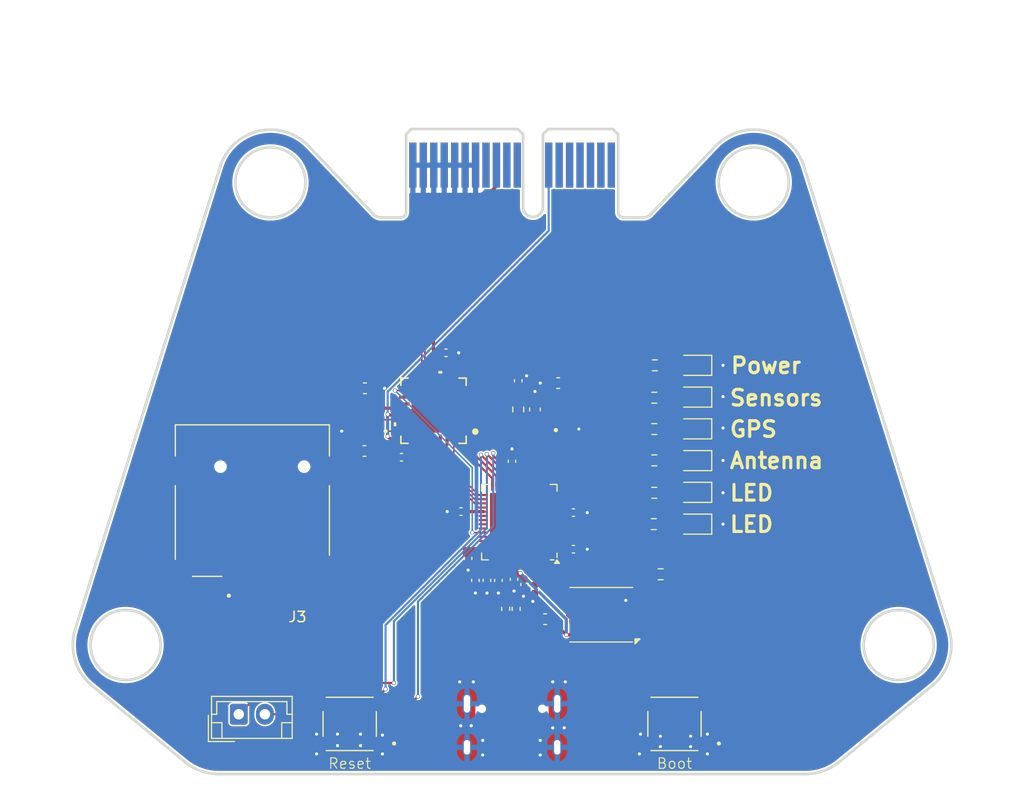
<source format=kicad_pcb>
(kicad_pcb (version 20241229) (generator "pcbnew") (generator_version "9.0")
  (layers (0 "F.Cu" signal) (2 "B.Cu" signal) (13 "F.Paste" user) (15 "B.Paste" user) (5 "F.SilkS" user "F.Silkscreen") (7 "B.SilkS" user "B.Silkscreen") (1 "F.Mask" user) (3 "B.Mask" user) (25 "Edge.Cuts" user))
  (net 0 "")
  (net 3 "+BAT")
  (net 7 "+1.1V")
  (net 8 "Net-(C13-Pad1)")
  (net 11 "/XIN")
  (net 12 "OSC1")
  (net 13 "OSC2")
  (net 14 "Net-(J2-Pin_2)")
  (net 15 "Net-(J2-Pin_1)")
  (net 16 "GND")
  (net 19 "SI")
  (net 20 "SO")
  (net 23 "SCK")
  (net 24 "CD")
  (net 27 "/~{USB_BOOT_S}")
  (net 29 "+3.3V")
  (net 30 "USB_D-")
  (net 35 "USB_D+")
  (net 41 "+5V")
  (net 42 "Net-(U2-USB_DP)")
  (net 43 "Net-(U2-USB_DM)")
  (net 44 "/RUN")
  (net 45 "/XOUT")
  (net 46 "CS")
  (net 47 "CANRESET")
  (net 48 "/QSPI_SD0")
  (net 51 "CANSTBY")
  (net 58 "CANN")
  (net 59 "CANP")
  (net 64 "/QSPI_SS")
  (net 65 "/QSPI_SD3")
  (net 66 "CANINT")
  (net 67 "/QSPI_SD1")
  (net 68 "/QSPI_SCLK")
  (net 69 "/QSPI_SD2")
  (net 70 "tx")
  (net 71 "rx")
  (net 72 "/USB_BOOT_S")
  (net 73 "Net-(D1-A)")
  (net 74 "Net-(D2-A)")
  (net 75 "Net-(D3-A)")
  (net 76 "Net-(D4-A)")
  (net 77 "Net-(D5-A)")
  (net 78 "Net-(D6-A)")
  (net 79 "Net-(U2-GPIO3)")
  (net 80 "Net-(U2-GPIO4)")
  (net 81 "Net-(U2-GPIO5)")
  (net 82 "Net-(U2-GPIO6)")
  (net 83 "Net-(U2-GPIO1)")
  (net 84 "Net-(U2-GPIO2)")
  (footprint "Package_SON:WSON-8-1EP_6x5mm_P1.27mm_EP3.4x4.3mm" (layer "F.Cu") (at 154.95 107.175 180)
    (property "Reference" "U4" (hide yes))
    (property "Value" "W25Q128JVP" (hide yes))
  )
  (footprint "Resistor_SMD:R_0402_1005Metric" (layer "F.Cu") (at 145.8 106.61 90)
    (property "Reference" "R2" (hide yes))
    (property "Value" "27" (hide yes))
  )
  (footprint "Capacitor_SMD:C_0603_1608Metric" (layer "F.Cu") (at 150.825 85.000002 180)
    (property "Reference" "C13" (hide yes))
    (property "Value" "15p" (hide yes))
  )
  (footprint "LED_SMD:LED_0805_2012Metric" (layer "F.Cu") (at 163.8375 89.38 180)
    (property "Reference" "D4" (hide yes))
    (property "Value" "LED" (hide yes))
  )
  (footprint "Capacitor_SMD:C_0402_1005Metric" (layer "F.Cu") (at 141.52 97.3 180)
    (property "Reference" "C4" (hide yes))
    (property "Value" "100n" (hide yes))
  )
  (footprint "Resistor_SMD:R_0603_1608Metric" (layer "F.Cu") (at 160.025 92.4)
    (property "Reference" "R7" (hide yes))
    (property "Value" "220" (hide yes))
  )
  (footprint "Capacitor_SMD:C_0402_1005Metric" (layer "F.Cu") (at 140.08 82.1)
    (property "Reference" "C16" (hide yes))
    (property "Value" "100n" (hide yes))
  )
  (footprint "Connector_JST:JST_EH_B2B-EH-A_1x02_P2.50mm_Vertical" (layer "F.Cu") (at 120.25 116.7)
    (property "Reference" "J2" (hide yes))
    (property "Value" "Conn_01x02" (hide yes))
  )
  (footprint "Capacitor_SMD:C_0402_1005Metric" (layer "F.Cu") (at 146.4 92.48 90)
    (property "Reference" "C9" (hide yes))
    (property "Value" "100n")
  )
  (footprint "TS-1187A-B-A-B:SW_TS-1187A-B-A-B" (layer "F.Cu") (at 130.865 117.625 180)
    (property "Reference" "S2" (hide yes))
    (property "Value" "TS-1187A-B-A-B" (hide yes))
  )
  (footprint "Capacitor_SMD:C_0402_1005Metric" (layer "F.Cu") (at 135.82 92.1)
    (property "Reference" "C17" (hide yes))
    (property "Value" "100n" (hide yes))
  )
  (footprint "Capacitor_SMD:C_0402_1005Metric" (layer "F.Cu") (at 142.9 103.88 -90)
    (property "Reference" "C1" (hide yes))
    (property "Value" "100n" (hide yes))
  )
  (footprint "Resistor_SMD:R_0603_1608Metric" (layer "F.Cu") (at 159.975 98.5)
    (property "Reference" "R5" (hide yes))
    (property "Value" "220" (hide yes))
  )
  (footprint "Capacitor_SMD:C_0603_1608Metric" (layer "F.Cu") (at 132.325 85.5)
    (property "Reference" "C19" (hide yes))
    (property "Value" "22p")
  )
  (footprint "Capacitor_SMD:C_0603_1608Metric" (layer "F.Cu") (at 148.6 87.525002 -90)
    (property "Reference" "C14" (hide yes))
    (property "Value" "15p")
  )
  (footprint "LED_SMD:LED_0805_2012Metric" (layer "F.Cu") (at 163.8375 92.42 180)
    (property "Reference" "D3" (hide yes))
    (property "Value" "LED" (hide yes))
  )
  (footprint "Capacitor_SMD:C_0402_1005Metric" (layer "F.Cu") (at 144 103.88 -90)
    (property "Reference" "C5" (hide yes))
    (property "Value" "100n" (hide yes))
  )
  (footprint "MCP25625T_E_ML:QFN28_6X6MC_MCH" (layer "F.Cu") (at 138.887999 87.644025 180)
    (property "Reference" "U9" (hide yes))
    (property "Value" "MCP25625T-E/ML" (hide yes))
  )
  (footprint "LED_SMD:LED_0805_2012Metric" (layer "F.Cu") (at 163.8375 86.34 180)
    (property "Reference" "D5" (hide yes))
    (property "Value" "LED" (hide yes))
  )
  (footprint "Capacitor_SMD:C_0402_1005Metric" (layer "F.Cu") (at 146.6 103.78 -90)
    (property "Reference" "C7" (hide yes))
    (property "Value" "100n" (hide yes))
  )
  (footprint "Capacitor_SMD:C_0402_1005Metric" (layer "F.Cu") (at 142.2 101.78 -90)
    (property "Reference" "C8" (hide yes))
    (property "Value" "1uF" (hide yes))
  )
  (footprint "Resistor_SMD:R_0603_1608Metric" (layer "F.Cu") (at 147 87.525 -90)
    (property "Reference" "R3" (hide yes))
    (property "Value" "1k" (hide yes))
  )
  (footprint "Capacitor_SMD:C_0603_1608Metric" (layer "F.Cu") (at 132.275 91.5 180)
    (property "Reference" "C18" (hide yes))
    (property "Value" "22p")
  )
  (footprint "Resistor_SMD:R_0603_1608Metric" (layer "F.Cu") (at 160.025 89.4)
    (property "Reference" "R8" (hide yes))
    (property "Value" "220" (hide yes))
  )
  (footprint "LED_SMD:LED_0805_2012Metric" (layer "F.Cu") (at 163.8375 98.5 180)
    (property "Reference" "D1" (hide yes))
    (property "Value" "LED" (hide yes))
  )
  (footprint "Connector_USB:USB_C_Receptacle_Palconn_UTC16-G" (layer "F.Cu") (at 146.41 117.625)
    (property "Reference" "J6" (hide yes))
    (property "Value" "USB_C_Receptacle_USB2.0_16P" (hide yes))
  )
  (footprint "ABM8-272-T3:ABM8-272-T3_ABR" (layer "F.Cu") (at 151.7 87.500001 90)
    (property "Reference" "X1" (hide yes))
    (property "Value" "ABM8-272-T3" (hide yes))
  )
  (footprint "Capacitor_SMD:C_0402_1005Metric" (layer "F.Cu") (at 147.6 104.28 -90)
    (property "Reference" "C6" (hide yes))
    (property "Value" "100n" (hide yes))
  )
  (footprint "Capacitor_SMD:C_0402_1005Metric" (layer "F.Cu") (at 152.28 100.9)
    (property "Reference" "C3" (hide yes))
    (property "Value" "100n" (hide yes))
  )
  (footprint "Capacitor_SMD:C_0603_1608Metric" (layer "F.Cu") (at 149.575 107.6 180)
    (property "Reference" "C12" (hide yes))
    (property "Value" "100n" (hide yes))
  )
  (footprint "Package_DFN_QFN:QFN-56-1EP_7x7mm_P0.4mm_EP3.2x3.2mm" (layer "F.Cu") (at 147.1 98.3125 180)
    (property "Reference" "U2" (hide yes))
    (property "Value" "RP2040" (hide yes))
  )
  (footprint "X322516MLB4SI:OSC_X322516MLB4SI" (layer "F.Cu") (at 132.25 88.5 180)
    (property "Reference" "Y1" (hide yes))
    (property "Value" "X322516MLB4SI")
  )
  (footprint "Capacitor_SMD:C_0402_1005Metric" (layer "F.Cu") (at 145.1 103.88 -90)
    (property "Reference" "C11" (hide yes))
    (property "Value" "1uF")
  )
  (footprint "LED_SMD:LED_0805_2012Metric" (layer "F.Cu") (at 163.8375 83.3 180)
    (property "Reference" "D6" (hide yes))
    (property "Value" "LED" (hide yes))
  )
  (footprint "Resistor_SMD:R_0603_1608Metric" (layer "F.Cu") (at 160.075 83.3)
    (property "Reference" "R10" (hide yes))
    (property "Value" "220" (hide yes))
  )
  (footprint "Capacitor_SMD:C_0402_1005Metric" (layer "F.Cu") (at 147 84.780002 90)
    (property "Reference" "C15" (hide yes))
    (property "Value" "100n" (hide yes))
  )
  (footprint "MSD_4_A:CUI_MSD-4-A" (layer "F.Cu") (at 121.55 96.25 180)
    (property "Reference" "J3")
    (property "Value" "MSD-4-A")
  )
  (footprint "Resistor_SMD:R_0603_1608Metric" (layer "F.Cu") (at 160.025 86.4)
    (property "Reference" "R9" (hide yes))
    (property "Value" "220" (hide yes))
  )
  (footprint "Capacitor_SMD:C_0402_1005Metric" (layer "F.Cu") (at 152.28 97.4)
    (property "Reference" "C2" (hide yes))
    (property "Value" "100n" (hide yes))
  )
  (footprint "Capacitor_SMD:C_0402_1005Metric" (layer "F.Cu") (at 148.6 104.78 -90)
    (property "Reference" "C10" (hide yes))
    (property "Value" "100n" (hide yes))
  )
  (footprint "Resistor_SMD:R_0603_1608Metric" (layer "F.Cu") (at 160.625 103.3 180)
    (property "Reference" "R4" (hide yes))
    (property "Value" "1k" (hide yes))
  )
  (footprint "TS-1187A-B-A-B:SW_TS-1187A-B-A-B" (layer "F.Cu") (at 161.955 117.625 180)
    (property "Reference" "S1" (hide yes))
    (property "Value" "TS-1187A-B-A-B" (hide yes))
  )
  (footprint "Resistor_SMD:R_0402_1005Metric" (layer "F.Cu") (at 146.8 106.61 90)
    (property "Reference" "R1" (hide yes))
    (property "Value" "27" (hide yes))
  )
  (footprint "Resistor_SMD:R_0603_1608Metric" (layer "F.Cu") (at 160.025 95.5)
    (property "Reference" "R6" (hide yes))
    (property "Value" "220" (hide yes))
  )
  (footprint "LED_SMD:LED_0805_2012Metric" (layer "F.Cu") (at 163.8375 95.46 180)
    (property "Reference" "D2" (hide yes))
    (property "Value" "LED" (hide yes))
  )
  (footprint "Connector_PCBEdge:BUS_PCIexpress_x1" (layer "B.Cu") (at 136.913 64.138595)
    (property "Reference" "J1" (hide yes))
    (property "Value" "Bus_PCI_Express_x1" (hide yes))
    (fp_line (start -0.65 -2.95) (end -0.65 4.506267) (stroke (width 0.25)) (layer "Edge.Cuts"))
    (fp_line (start -0.15 -3.45) (end -0.65 -2.95) (stroke (width 0.25)) (layer "Edge.Cuts"))
    (fp_line (start 10.05 -3.45) (end -0.15 -3.45) (stroke (width 0.25)) (layer "Edge.Cuts"))
    (fp_line (start 10.05 -3.45) (end 10.55 -2.95) (stroke (width 0.25)) (layer "Edge.Cuts"))
    (fp_line (start 10.55 -2.95) (end 10.55 4) (stroke (width 0.25)) (layer "Edge.Cuts"))
    (fp_line (start 12.45 -2.95) (end 12.45 4) (stroke (width 0.25)) (layer "Edge.Cuts"))
    (fp_line (start 12.95 -3.45) (end 12.45 -2.95) (stroke (width 0.25)) (layer "Edge.Cuts"))
    (fp_line (start 19.15 -3.45) (end 12.95 -3.45) (stroke (width 0.25)) (layer "Edge.Cuts"))
    (fp_line (start 19.15 -3.45) (end 19.65 -2.95) (stroke (width 0.25)) (layer "Edge.Cuts"))
    (fp_line (start 19.65 4.506267) (end 19.65 -2.95) (stroke (width 0.25)) (layer "Edge.Cuts"))
    (fp_arc (start 12.45 4) (mid 11.5 4.95) (end 10.55 4) (stroke (width 0.25)) (layer "Edge.Cuts"))
  )
  (gr_line (start 159.678146 68.835513) (end 165.883818 62.312636) (stroke (width 0.25)) (layer "Edge.Cuts"))
  (gr_line (start 133.143972 68.831791) (end 126.941843 62.312637) (stroke (width 0.25)) (layer "Edge.Cuts"))
  (gr_line (start 174.511605 122.419976) (end 118.31403 122.419976) (stroke (width 0.25)) (layer "Edge.Cuts"))
  (gr_circle (center 183.413305 110.068595) (end 180.063305 110.068595) (stroke (width 0.25)) (fill no) (layer "Edge.Cuts"))
  (gr_arc (start 159.678146 68.835513) (mid 159.347804 69.065283) (end 158.95364 69.146243) (stroke (width 0.25)) (layer "Edge.Cuts"))
  (gr_arc (start 188.23235 108.558858) (mid 188.252259 111.513246) (end 186.615928 113.973169) (stroke (width 0.25)) (layer "Edge.Cuts"))
  (gr_line (start 133.87203 69.146243) (end 135.755183 69.146243) (stroke (width 0.25)) (layer "Edge.Cuts"))
  (gr_arc (start 118.31403 122.419976) (mid 116.613396 122.125003) (end 115.111431 121.274551) (stroke (width 0.25)) (layer "Edge.Cuts"))
  (gr_line (start 158.95364 69.146243) (end 157.070478 69.146243) (stroke (width 0.25)) (layer "Edge.Cuts"))
  (gr_line (start 174.361605 64.283721) (end 174.361606 64.283721) (stroke (width 0.25)) (layer "Edge.Cuts"))
  (gr_line (start 186.615928 113.973169) (end 177.714231 121.274549) (stroke (width 0.25)) (layer "Edge.Cuts"))
  (gr_arc (start 133.87203 69.146243) (mid 133.475493 69.064276) (end 133.143972 68.831791) (stroke (width 0.25)) (layer "Edge.Cuts"))
  (gr_arc (start 165.883818 62.312636) (mid 170.686181 60.874652) (end 174.361605 64.283721) (stroke (width 0.25)) (layer "Edge.Cuts"))
  (gr_arc (start 118.464055 64.28372) (mid 122.13948 60.874652) (end 126.941843 62.312637) (stroke (width 0.25)) (layer "Edge.Cuts"))
  (gr_circle (center 109.412355 110.068595) (end 106.062355 110.068595) (stroke (width 0.25)) (fill no) (layer "Edge.Cuts"))
  (gr_arc (start 136.255183 68.646276) (mid 136.108734 68.999813) (end 135.755183 69.146243) (stroke (width 0.25)) (layer "Edge.Cuts"))
  (gr_line (start 174.361606 64.283721) (end 188.23235 108.558858) (stroke (width 0.25)) (layer "Edge.Cuts"))
  (gr_circle (center 169.54256 65.793456) (end 166.19256 65.793456) (stroke (width 0.25)) (fill no) (layer "Edge.Cuts"))
  (gr_circle (center 123.2831 65.793456) (end 119.9331 65.793456) (stroke (width 0.25)) (fill no) (layer "Edge.Cuts"))
  (gr_line (start 106.209767 113.973198) (end 115.111431 121.274551) (stroke (width 0.25)) (layer "Edge.Cuts"))
  (gr_line (start 118.464055 64.28372) (end 118.464054 64.28372) (stroke (width 0.25)) (layer "Edge.Cuts"))
  (gr_arc (start 157.070478 69.146243) (mid 156.716924 68.999796) (end 156.570477 68.646242) (stroke (width 0.25)) (layer "Edge.Cuts"))
  (gr_line (start 118.464054 64.28372) (end 104.588376 108.574607) (stroke (width 0.25)) (layer "Edge.Cuts"))
  (gr_arc (start 106.209767 113.973198) (mid 104.575789 111.521169) (end 104.588376 108.574607) (stroke (width 0.25)) (layer "Edge.Cuts"))
  (gr_arc (start 177.714231 121.274549) (mid 176.212253 122.125005) (end 174.511605 122.419976) (stroke (width 0.25)) (layer "Edge.Cuts"))
  (gr_text "Power" (at 167.2 84.2 0) (layer "F.SilkS") (effects (font (size 1.5 1.5) (thickness 0.3) (bold yes)) (justify left bottom)))
  (gr_text "Antenna" (at 167.1 93.3 0) (layer "F.SilkS") (effects (font (size 1.5 1.5) (thickness 0.3) (bold yes)) (justify left bottom)))
  (gr_text "Sensors" (at 167.1 87.3 0) (layer "F.SilkS") (effects (font (size 1.5 1.5) (thickness 0.3) (bold yes)) (justify left bottom)))
  (gr_text "Boot" (at 161.955 122 0) (layer "F.SilkS") (effects (font (size 1 1) (thickness 0.1)) (justify bottom)))
  (gr_text "LED" (at 167.1 96.4 0) (layer "F.SilkS") (effects (font (size 1.5 1.5) (thickness 0.3) (bold yes)) (justify left bottom)))
  (gr_text "Reset" (at 130.865 122 0) (layer "F.SilkS") (effects (font (size 1 1) (thickness 0.1)) (justify bottom)))
  (gr_text "GPS" (at 167.1 90.3 0) (layer "F.SilkS") (effects (font (size 1.5 1.5) (thickness 0.3) (bold yes)) (justify left bottom)))
  (gr_text "LED" (at 167.1 99.4 0) (layer "F.SilkS") (effects (font (size 1.5 1.5) (thickness 0.3) (bold yes)) (justify left bottom)))
  (segment (start 146.5 94.875) (end 146.5 93.06) (width 0.3048) (layer "F.Cu") (net 7))
  (segment (start 145.3 103.2) (end 145.1 103.4) (width 0.3048) (layer "F.Cu") (net 7))
  (segment (start 147.3 102.563014) (end 147.3 101.75) (width 0.3048) (layer "F.Cu") (net 7))
  (segment (start 145.3 101.75) (end 145.3 103.2) (width 0.3048) (layer "F.Cu") (net 7))
  (segment (start 148.6 104.3) (end 148.6 103.863014) (width 0.3048) (layer "F.Cu") (net 7))
  (segment (start 146.5 93.06) (end 146.4 92.96) (width 0.3048) (layer "F.Cu") (net 7))
  (segment (start 148.6 103.863014) (end 147.3 102.563014) (width 0.3048) (layer "F.Cu") (net 7))
  (segment (start 152.8 86.7) (end 151.6 85.5) (width 0.2) (layer "F.Cu") (net 8))
  (segment (start 152.5 86.7) (end 151.7 87.5) (width 0.2) (layer "F.Cu") (net 8))
  (segment (start 152.8 86.7) (end 152.5 86.7) (width 0.2) (layer "F.Cu") (net 8))
  (segment (start 151.6 85.5) (end 151.6 85.000002) (width 0.2) (layer "F.Cu") (net 8))
  (segment (start 147.8 87.5) (end 147 86.7) (width 0.2) (layer "F.Cu") (net 8))
  (segment (start 151.7 87.5) (end 147.8 87.5) (width 0.2) (layer "F.Cu") (net 8))
  (segment (start 150.6 88.300002) (end 150.5 88.400002) (width 0.2) (layer "F.Cu") (net 11))
  (segment (start 147.7 89.200002) (end 148.6 88.300002) (width 0.2) (layer "F.Cu") (net 11))
  (segment (start 147.7 94.875) (end 147.7 89.200002) (width 0.2) (layer "F.Cu") (net 11))
  (segment (start 150.6 88.300002) (end 148.6 88.300002) (width 0.2) (layer "F.Cu") (net 11))
  (segment (start 133.05 89.65) (end 133.1 89.6) (width 0.15) (layer "F.Cu") (net 12))
  (segment (start 133.1 89.6) (end 136.088023 89.6) (width 0.15) (layer "F.Cu") (net 12))
  (segment (start 133.05 91.5) (end 133.05 89.65) (width 0.15) (layer "F.Cu") (net 12))
  (segment (start 136.088023 89.6) (end 136.093999 89.594024) (width 0.15) (layer "F.Cu") (net 12))
  (segment (start 135.294374 88.5) (end 135.738399 88.944025) (width 0.15) (layer "F.Cu") (net 13))
  (segment (start 135.738399 88.944025) (end 136.093999 88.944025) (width 0.15) (layer "F.Cu") (net 13))
  (segment (start 131.4 85.65) (end 131.55 85.5) (width 0.15) (layer "F.Cu") (net 13))
  (segment (start 131.4 87.4) (end 131.4 85.65) (width 0.15) (layer "F.Cu") (net 13))
  (segment (start 131.4 87.4) (end 132.5 88.5) (width 0.15) (layer "F.Cu") (net 13))
  (segment (start 132.5 88.5) (end 135.294374 88.5) (width 0.15) (layer "F.Cu") (net 13))
  (segment (start 144.6 91.954714) (end 146.1 93.454714) (width 0.2) (layer "F.Cu") (net 14))
  (segment (start 135.7 116.7) (end 137.4 115) (width 0.2) (layer "F.Cu") (net 14))
  (segment (start 144.6 91.7) (end 144.6 91.954714) (width 0.2) (layer "F.Cu") (net 14))
  (segment (start 146.1 93.454714) (end 146.1 94.875) (width 0.2) (layer "F.Cu") (net 14))
  (segment (start 122.75 116.7) (end 135.7 116.7) (width 0.2) (layer "F.Cu") (net 14))
  (via (at 144.6 91.7) (size 0.4) (drill 0.3) (layers "F.Cu" "B.Cu") (net 14))
  (via (at 137.4 115) (size 0.4) (drill 0.3) (layers "F.Cu" "B.Cu") (net 14))
  (segment (start 137.4 115) (end 137.4 105.914214) (width 0.2) (layer "B.Cu") (net 14))
  (segment (start 137.4 105.914214) (end 144.6 98.714214) (width 0.2) (layer "B.Cu") (net 14))
  (segment (start 144.6 98.714214) (end 144.6 91.7) (width 0.2) (layer "B.Cu") (net 14))
  (segment (start 123.25 113.7) (end 135.1 113.7) (width 0.2) (layer "F.Cu") (net 15))
  (segment (start 144 91.8) (end 145.7 93.5) (width 0.2) (layer "F.Cu") (net 15))
  (segment (start 145.7 93.5) (end 145.7 94.875) (width 0.2) (layer "F.Cu") (net 15))
  (segment (start 120.25 116.7) (end 123.25 113.7) (width 0.2) (layer "F.Cu") (net 15))
  (via (at 144 91.8) (size 0.4) (drill 0.3) (layers "F.Cu" "B.Cu") (net 15))
  (via (at 135.1 113.7) (size 0.4) (drill 0.3) (layers "F.Cu" "B.Cu") (net 15))
  (segment (start 135.1 107.78995) (end 144 98.88995) (width 0.2) (layer "B.Cu") (net 15))
  (segment (start 144 98.88995) (end 144 91.8) (width 0.2) (layer "B.Cu") (net 15))
  (segment (start 135.1 113.7) (end 135.1 107.78995) (width 0.2) (layer "B.Cu") (net 15))
  (segment (start 136.3 92.1) (end 136.3 91.076023) (width 0.3048) (layer "F.Cu") (net 16))
  (segment (start 152.8 88.300002) (end 151.8 89.300002) (width 0.3048) (layer "F.Cu") (net 16))
  (segment (start 148.1 93.000002) (end 152.8 88.300002) (width 0.3048) (layer "F.Cu") (net 16))
  (segment (start 157.65 105.27) (end 157.65 105.45) (width 0.3048) (layer "F.Cu") (net 16))
  (segment (start 136.3 91.076023) (end 136.937998 90.438025) (width 0.3048) (layer "F.Cu") (net 16))
  (segment (start 148.8 106.3) (end 148.4 105.9) (width 0.3048) (layer "F.Cu") (net 16))
  (segment (start 157.65 105.45) (end 157.3 105.8) (width 0.3048) (layer "F.Cu") (net 16))
  (segment (start 133.1 87.4) (end 133.1 85.5) (width 0.3048) (layer "F.Cu") (net 16))
  (segment (start 147.1 98.3125) (end 148.1 97.3125) (width 0.3048) (layer "F.Cu") (net 16))
  (segment (start 130.1 89.6) (end 131.4 89.6) (width 0.3048) (layer "F.Cu") (net 16))
  (segment (start 136.937998 90.438025) (end 136.937998 89.594026) (width 0.3048) (layer "F.Cu") (net 16))
  (segment (start 141.04 97.3) (end 140.2 97.3) (width 0.3048) (layer "F.Cu") (net 16))
  (segment (start 136.937998 89.594026) (end 138.887999 87.644025) (width 0.3048) (layer "F.Cu") (net 16))
  (segment (start 133.1 87.4) (end 135.849974 87.4) (width 0.3048) (layer "F.Cu") (net 16))
  (segment (start 136.093999 87.644025) (end 138.887999 87.644025) (width 0.3048) (layer "F.Cu") (net 16))
  (segment (start 148.1 94.875) (end 148.1 93.000002) (width 0.3048) (layer "F.Cu") (net 16))
  (segment (start 152.76 100.9) (end 153.6 100.9) (width 0.3048) (layer "F.Cu") (net 16))
  (segment (start 148.1 97.3125) (end 148.1 94.875) (width 0.3048) (layer "F.Cu") (net 16))
  (segment (start 131.4 89.6) (end 131.4 91.4) (width 0.3048) (layer "F.Cu") (net 16))
  (segment (start 146.4 92) (end 146.4 91.3) (width 0.3048) (layer "F.Cu") (net 16))
  (segment (start 152.76 97.4) (end 153.6 97.4) (width 0.3048) (layer "F.Cu") (net 16))
  (segment (start 148.8 107.6) (end 148.8 106.3) (width 0.3048) (layer "F.Cu") (net 16))
  (segment (start 152.76 100.9) (end 152.9 100.9) (width 0.3048) (layer "F.Cu") (net 16))
  (segment (start 135.849974 87.4) (end 136.093999 87.644025) (width 0.3048) (layer "F.Cu") (net 16))
  (segment (start 140.56 82.1) (end 141.3 82.1) (width 0.3048) (layer "F.Cu") (net 16))
  (segment (start 131.4 91.4) (end 131.5 91.5) (width 0.3048) (layer "F.Cu") (net 16))
  (segment (start 134.2 85.5) (end 133.1 85.5) (width 0.3048) (layer "F.Cu") (net 16))
  (via (at 129.7 119.7) (size 0.4) (drill 0.3) (layers "F.Cu" "B.Cu") (net 16))
  (via (at 142.5 117.8) (size 0.4) (drill 0.3) (layers "F.Cu" "B.Cu") (net 16))
  (via (at 144 105.1) (size 0.4) (drill 0.3) (layers "F.Cu" "B.Cu") (net 16))
  (via (at 165.1 118.6) (size 0.4) (drill 0.3) (layers "F.Cu" "B.Cu") (net 16))
  (via (at 163.5 118.8) (size 0.4) (drill 0.3) (layers "F.Cu" "B.Cu") (net 16))
  (via (at 134 118.7) (size 0.4) (drill 0.3) (layers "F.Cu" "B.Cu") (net 16))
  (via (at 148.6 85.800002) (size 0.4) (drill 0.3) (layers "F.Cu" "B.Cu") (net 16))
  (via (at 150.3 113.6) (size 0.4) (drill 0.3) (layers "F.Cu" "B.Cu") (net 16))
  (via (at 158.6 120.5) (size 0.4) (drill 0.3) (layers "F.Cu" "B.Cu") (net 16))
  (via (at 148.4 105.9) (size 0.4) (drill 0.3) (layers "F.Cu" "B.Cu") (net 16))
  (via (at 130.1 89.6) (size 0.4) (drill 0.3) (layers "F.Cu" "B.Cu") (net 16))
  (via (at 141.4 113.6) (size 0.4) (drill 0.3) (layers "F.Cu" "B.Cu") (net 16))
  (via (at 160.6 118.8) (size 0.4) (drill 0.3) (layers "F.Cu" "B.Cu") (net 16))
  (via (at 166.6 86.3) (size 0.4) (drill 0.3) (layers "F.Cu" "B.Cu") (net 16))
  (via (at 158.7 118.6) (size 0.4) (drill 0.3) (layers "F.Cu" "B.Cu") (net 16))
  (via (at 140.2 97.3) (size 0.4) (drill 0.3) (layers "F.Cu" "B.Cu") (net 16))
  (via (at 127.7 118.6) (size 0.4) (drill 0.3) (layers "F.Cu" "B.Cu") (net 16))
  (via (at 141.3 82.1) (size 0.4) (drill 0.3) (layers "F.Cu" "B.Cu") (net 16))
  (via (at 129.7 118.6) (size 0.4) (drill 0.3) (layers "F.Cu" "B.Cu") (net 16))
  (via (at 145.1 105.1) (size 0.4) (drill 0.3) (layers "F.Cu" "B.Cu") (net 16))
  (via (at 141.5 117.8) (size 0.4) (drill 0.3) (layers "F.Cu" "B.Cu") (net 16))
  (via (at 142.2 102.9) (size 0.4) (drill 0.3) (layers "F.Cu" "B.Cu") (net 16))
  (via (at 131.9 119.7) (size 0.4) (drill 0.3) (layers "F.Cu" "B.Cu") (net 16))
  (via (at 153.6 97.4) (size 0.4) (drill 0.3) (layers "F.Cu" "B.Cu") (net 16))
  (via (at 127.7 120.5) (size 0.4) (drill 0.3) (layers "F.Cu" "B.Cu") (net 16))
  (via (at 150.3 118) (size 0.4) (drill 0.3) (layers "F.Cu" "B.Cu") (net 16))
  (via (at 134 120.5) (size 0.4) (drill 0.3) (layers "F.Cu" "B.Cu") (net 16))
  (via (at 157.3 105.8) (size 0.4) (drill 0.3) (layers "F.Cu" "B.Cu") (net 16))
  (via (at 149.1 85.000002) (size 0.4) (drill 0.3) (layers "F.Cu" "B.Cu") (net 16))
  (via (at 147.5 105.4) (size 0.4) (drill 0.3) (layers "F.Cu" "B.Cu") (net 16))
  (via (at 134.2 85.5) (size 0.4) (drill 0.3) (layers "F.Cu" "B.Cu") (net 16))
  (via (at 147.8 84.300002) (size 0.4) (drill 0.3) (layers "F.Cu" "B.Cu") (net 16))
  (via (at 166.6 95.5) (size 0.4) (drill 0.3) (layers "F.Cu" "B.Cu") (net 16))
  (via (at 152.8 89.400002) (size 0.4) (drill 0.3) (layers "F.Cu" "B.Cu") (net 16))
  (via (at 146.4 91.3) (size 0.4) (drill 0.3) (layers "F.Cu" "B.Cu") (net 16))
  (via (at 149.1 119.2) (size 0.4) (drill 0.3) (layers "F.Cu" "B.Cu") (net 16))
  (via (at 151.4 118) (size 0.4) (drill 0.3) (layers "F.Cu" "B.Cu") (net 16))
  (via (at 143.6 120.6) (size 0.4) (drill 0.3) (layers "F.Cu" "B.Cu") (net 16))
  (via (at 165.1 120.5) (size 0.4) (drill 0.3) (layers "F.Cu" "B.Cu") (net 16))
  (via (at 166.6 83.3) (size 0.4) (drill 0.3) (layers "F.Cu" "B.Cu") (net 16))
  (via (at 131.9 118.6) (size 0.4) (drill 0.3) (layers "F.Cu" "B.Cu") (net 16))
  (via (at 166.6 98.5) (size 0.4) (drill 0.3) (layers "F.Cu" "B.Cu") (net 16))
  (via (at 142.9 105.1) (size 0.4) (drill 0.3) (layers "F.Cu" "B.Cu") (net 16))
  (via (at 166.6 92.4) (size 0.4) (drill 0.3) (layers "F.Cu" "B.Cu") (net 16))
  (via (at 142.7 113.6) (size 0.4) (drill 0.3) (layers "F.Cu" "B.Cu") (net 16))
  (via (at 143.6 119.2) (size 0.4) (drill 0.3) (layers "F.Cu" "B.Cu") (net 16))
  (via (at 160.6 119.8) (size 0.4) (drill 0.3) (layers "F.Cu" "B.Cu") (net 16))
  (via (at 163.5 119.8) (size 0.4) (drill 0.3) (layers "F.Cu" "B.Cu") (net 16))
  (via (at 149.1 120.6) (size 0.4) (drill 0.3) (layers "F.Cu" "B.Cu") (net 16))
  (via (at 166.6 89.3) (size 0.4) (drill 0.3) (layers "F.Cu" "B.Cu") (net 16))
  (via (at 146.6 104.9) (size 0.4) (drill 0.3) (layers "F.Cu" "B.Cu") (net 16))
  (via (at 151.5 113.6) (size 0.4) (drill 0.3) (layers "F.Cu" "B.Cu") (net 16))
  (via (at 153.6 100.9) (size 0.4) (drill 0.3) (layers "F.Cu" "B.Cu") (net 16))
  (segment (start 140.187999 93.075499) (end 140.187999 90.438025) (width 0.15) (layer "F.Cu") (net 19))
  (segment (start 143.6625 96.1125) (end 143.225 96.1125) (width 0.15) (layer "F.Cu") (net 19))
  (segment (start 143.225 96.1125) (end 140.187999 93.075499) (width 0.15) (layer "F.Cu") (net 19))
  (segment (start 143.2125 95.7125) (end 140.837998 93.337998) (width 0.15) (layer "F.Cu") (net 20))
  (segment (start 143.6625 95.7125) (end 143.2125 95.7125) (width 0.15) (layer "F.Cu") (net 20))
  (segment (start 140.837998 93.337998) (end 140.837998 90.438025) (width 0.15) (layer "F.Cu") (net 20))
  (segment (start 143.225 96.5125) (end 139.537998 92.825498) (width 0.15) (layer "F.Cu") (net 23))
  (segment (start 139.537998 92.825498) (end 139.537998 90.438025) (width 0.15) (layer "F.Cu") (net 23))
  (segment (start 143.6625 96.5125) (end 143.225 96.5125) (width 0.15) (layer "F.Cu") (net 23))
  (segment (start 161.45 103.3) (end 161.45 113.255) (width 0.2) (layer "F.Cu") (net 27))
  (segment (start 158.955 115.75) (end 164.955 115.75) (width 0.2) (layer "F.Cu") (net 27))
  (segment (start 161.45 113.255) (end 158.955 115.75) (width 0.2) (layer "F.Cu") (net 27))
  (segment (start 147 91.3) (end 143.994024 88.294024) (width 0.2) (layer "F.Cu") (net 29))
  (segment (start 150.35 107.85) (end 151.6 109.1) (width 0.3048) (layer "F.Cu") (net 29))
  (segment (start 138.887999 82.1) (end 138.887999 72.168396) (width 0.3048) (layer "F.Cu") (net 29))
  (segment (start 143.805976 88.294024) (end 146.839998 85.260002) (width 0.3048) (layer "F.Cu") (net 29))
  (segment (start 147.1 103.3) (end 147.2 103.2) (width 0.3048) (layer "F.Cu") (net 29))
  (segment (start 144.913 66.143395) (end 144.913 64.138595) (width 0.3048) (layer "F.Cu") (net 29))
  (segment (start 144.913 64.138595) (end 144.913 65.938595) (width 0.15) (layer "F.Cu") (net 29))
  (segment (start 142 97.3) (end 143.65 97.3) (width 0.3048) (layer "F.Cu") (net 29))
  (segment (start 146.839998 85.260002) (end 147 85.260002) (width 0.3048) (layer "F.Cu") (net 29))
  (segment (start 152.23 109.1) (end 152.25 109.08) (width 0.3048) (layer "F.Cu") (net 29))
  (segment (start 151.7125 97.3125) (end 150.5375 97.3125) (width 0.3048) (layer "F.Cu") (net 29))
  (segment (start 143.6 88.294024) (end 143.805976 88.294024) (width 0.3048) (layer "F.Cu") (net 29))
  (segment (start 143.994024 88.294024) (end 143.6 88.294024) (width 0.2) (layer "F.Cu") (net 29))
  (segment (start 146.9 94.875) (end 147 94.775) (width 0.2) (layer "F.Cu") (net 29))
  (segment (start 146.6 103.3) (end 146.6 103.4) (width 0.3048) (layer "F.Cu") (net 29))
  (segment (start 138.887999 84.850025) (end 138.887999 82.1) (width 0.3048) (layer "F.Cu") (net 29))
  (segment (start 147 94.775) (end 147 91.3) (width 0.2) (layer "F.Cu") (net 29))
  (segment (start 151.6 109.1) (end 152.23 109.1) (width 0.3048) (layer "F.Cu") (net 29))
  (segment (start 151.8 100.9) (end 150.55 100.9) (width 0.3048) (layer "F.Cu") (net 29))
  (segment (start 144.5 102.2) (end 144.5 101.75) (width 0.15) (layer "F.Cu") (net 29))
  (segment (start 146.965976 85.294026) (end 147 85.260002) (width 0.3048) (layer "F.Cu") (net 29))
  (segment (start 138.887999 72.168396) (end 144.913 66.143395) (width 0.3048) (layer "F.Cu") (net 29))
  (segment (start 150.55 100.9) (end 150.5375 100.9125) (width 0.3048) (layer "F.Cu") (net 29))
  (segment (start 150.35 107.6) (end 150.35 107.85) (width 0.3048) (layer "F.Cu") (net 29))
  (segment (start 139.6 82.1) (end 138.887999 82.1) (width 0.3048) (layer "F.Cu") (net 29))
  (segment (start 151.8 97.4) (end 151.7125 97.3125) (width 0.3048) (layer "F.Cu") (net 29))
  (segment (start 143.65 97.3) (end 143.6625 97.3125) (width 0.3048) (layer "F.Cu") (net 29))
  (segment (start 141.681999 88.294024) (end 143.6 88.294024) (width 0.3048) (layer "F.Cu") (net 29))
  (segment (start 146.6 103.3) (end 147.1 103.3) (width 0.3048) (layer "F.Cu") (net 29))
  (via (at 151.6 109.1) (size 0.4) (drill 0.3) (layers "F.Cu" "B.Cu") (net 29))
  (via (at 147.2 103.2) (size 0.4) (drill 0.3) (layers "F.Cu" "B.Cu") (net 29))
  (segment (start 151.6 107.6) (end 151.6 109.1) (width 0.3048) (layer "B.Cu") (net 29))
  (segment (start 147.2 103.2) (end 151.6 107.6) (width 0.3048) (layer "B.Cu") (net 29))
  (segment (start 145.7634 115.9) (end 145.66 115.7966) (width 0.1016) (layer "F.Cu") (net 30))
  (segment (start 146.5566 115.9) (end 145.7634 115.9) (width 0.1016) (layer "F.Cu") (net 30))
  (segment (start 145.66 115.7966) (end 145.66 115.115) (width 0.1016) (layer "F.Cu") (net 30))
  (segment (start 145.8 107.12) (end 145.8 114.975) (width 0.1016) (layer "F.Cu") (net 30))
  (segment (start 145.8 114.975) (end 145.66 115.115) (width 0.1016) (layer "F.Cu") (net 30))
  (segment (start 146.66 115.7966) (end 146.5566 115.9) (width 0.1016) (layer "F.Cu") (net 30))
  (segment (start 146.66 115.115) (end 146.66 115.7966) (width 0.1016) (layer "F.Cu") (net 30))
  (segment (start 147.16 115.115) (end 147.16 114.4334) (width 0.1016) (layer "F.Cu") (net 35))
  (segment (start 146.8 107.12) (end 146.16 107.76) (width 0.1016) (layer "F.Cu") (net 35))
  (segment (start 146.16 107.76) (end 146.16 114.2) (width 0.1016) (layer "F.Cu") (net 35))
  (segment (start 146.16 114.2) (end 146.16 115.115) (width 0.1016) (layer "F.Cu") (net 35))
  (segment (start 146.9266 114.2) (end 146.16 114.2) (width 0.1016) (layer "F.Cu") (net 35))
  (segment (start 147.16 114.4334) (end 146.9266 114.2) (width 0.1016) (layer "F.Cu") (net 35))
  (segment (start 134.548825 88.048825) (end 135.8488 88.048825) (width 0.3048) (layer "F.Cu") (net 41))
  (segment (start 135.34 90.94) (end 134.5 90.1) (width 0.3048) (layer "F.Cu") (net 41))
  (segment (start 135.34 92.1) (end 135.34 90.94) (width 0.3048) (layer "F.Cu") (net 41))
  (segment (start 151.913 64.138595) (end 151.913 65.938595) (width 0.15) (layer "F.Cu") (net 41))
  (segment (start 134.5 88) (end 134.548825 88.048825) (width 0.3048) (layer "F.Cu") (net 41))
  (segment (start 135.8488 88.048825) (end 136.093999 88.294024) (width 0.3048) (layer "F.Cu") (net 41))
  (via (at 134.5 88) (size 0.4) (drill 0.3) (layers "F.Cu" "B.Cu") (net 41))
  (via (at 134.5 90.1) (size 0.4) (drill 0.3) (layers "F.Cu" "B.Cu") (net 41))
  (segment (start 134.5 85.834314) (end 149.913 70.421314) (width 0.2) (layer "B.Cu") (net 41))
  (segment (start 134.5 90.1) (end 134.5 88) (width 0.3048) (layer "B.Cu") (net 41))
  (segment (start 149.913 70.421314) (end 149.913 64.138595) (width 0.2) (layer "B.Cu") (net 41))
  (segment (start 134.5 88) (end 134.5 85.834314) (width 0.2) (layer "B.Cu") (net 41))
  (segment (start 146.1 105.4) (end 146.1 101.75) (width 0.1016) (layer "F.Cu") (net 42))
  (segment (start 146.8 106.1) (end 146.1 105.4) (width 0.1016) (layer "F.Cu") (net 42))
  (segment (start 145.7 105.9) (end 145.7 101.75) (width 0.1016) (layer "F.Cu") (net 43))
  (segment (start 145.8 106) (end 145.7 105.9) (width 0.1016) (layer "F.Cu") (net 43))
  (segment (start 145.8 106.1) (end 145.8 106) (width 0.1016) (layer "F.Cu") (net 43))
  (segment (start 145.3 93.734314) (end 145.3 94.875) (width 0.2) (layer "F.Cu") (net 44))
  (segment (start 133.865 114.735) (end 134.3 114.3) (width 0.2) (layer "F.Cu") (net 44))
  (segment (start 127.865 115.75) (end 133.865 115.75) (width 0.2) (layer "F.Cu") (net 44))
  (segment (start 133.865 115.75) (end 133.865 114.735) (width 0.2) (layer "F.Cu") (net 44))
  (segment (start 143.432843 91.867157) (end 145.3 93.734314) (width 0.2) (layer "F.Cu") (net 44))
  (via (at 143.432843 91.867157) (size 0.4) (drill 0.3) (layers "F.Cu" "B.Cu") (net 44))
  (via (at 134.3 114.3) (size 0.4) (drill 0.3) (layers "F.Cu" "B.Cu") (net 44))
  (segment (start 143.432843 99.032843) (end 143.432843 91.867157) (width 0.2) (layer "B.Cu") (net 44))
  (segment (start 134.3 114.3) (end 134.3 108.165686) (width 0.2) (layer "B.Cu") (net 44))
  (segment (start 134.3 108.165686) (end 143.432843 99.032843) (width 0.2) (layer "B.Cu") (net 44))
  (segment (start 147 88.35) (end 147.3 88.65) (width 0.2) (layer "F.Cu") (net 45))
  (segment (start 147.3 88.65) (end 147.3 94.875) (width 0.2) (layer "F.Cu") (net 45))
  (segment (start 144.5 94.1) (end 144.5 94.875) (width 0.2) (layer "F.Cu") (net 46))
  (segment (start 141.681999 89.594026) (end 141.681999 91.281999) (width 0.2) (layer "F.Cu") (net 46))
  (segment (start 141.681999 91.281999) (end 144.5 94.1) (width 0.2) (layer "F.Cu") (net 46))
  (segment (start 142.4 91.4) (end 142.4 89.251627) (width 0.2) (layer "F.Cu") (net 47))
  (segment (start 142.092398 88.944025) (end 141.681999 88.944025) (width 0.2) (layer "F.Cu") (net 47))
  (segment (start 144.9 93.9) (end 142.4 91.4) (width 0.2) (layer "F.Cu") (net 47))
  (segment (start 144.9 94.875) (end 144.9 93.9) (width 0.2) (layer "F.Cu") (net 47))
  (segment (start 142.4 89.251627) (end 142.092398 88.944025) (width 0.2) (layer "F.Cu") (net 47))
  (segment (start 148.5 102.365736) (end 151.404264 105.27) (width 0.2) (layer "F.Cu") (net 48))
  (segment (start 151.404264 105.27) (end 152.25 105.27) (width 0.2) (layer "F.Cu") (net 48))
  (segment (start 148.5 101.75) (end 148.5 102.365736) (width 0.2) (layer "F.Cu") (net 48))
  (segment (start 143.6625 99.3125) (end 142.6125 99.3125) (width 0.15) (layer "F.Cu") (net 51))
  (segment (start 135.2 85.7) (end 136.088023 85.7) (width 0.15) (layer "F.Cu") (net 51))
  (segment (start 136.088023 85.7) (end 136.093999 85.694024) (width 0.15) (layer "F.Cu") (net 51))
  (segment (start 142.6125 99.3125) (end 142.6 99.3) (width 0.15) (layer "F.Cu") (net 51))
  (via (at 142.6 99.3) (size 0.4) (drill 0.3) (layers "F.Cu" "B.Cu") (net 51))
  (via (at 135.2 85.7) (size 0.4) (drill 0.3) (layers "F.Cu" "B.Cu") (net 51))
  (segment (start 142.6 99.3) (end 142.6 93.1) (width 0.15) (layer "B.Cu") (net 51))
  (segment (start 142.6 93.1) (end 135.2 85.7) (width 0.15) (layer "B.Cu") (net 51))
  (segment (start 138.0593 84.671325) (end 138.0593 68.217296) (width 0.16) (layer "F.Cu") (net 58))
  (segment (start 138.238 84.850025) (end 138.0593 84.671325) (width 0.16) (layer "F.Cu") (net 58))
  (segment (start 138.0593 68.217296) (end 138.913 67.363596) (width 0.16) (layer "F.Cu") (net 58))
  (segment (start 138.913 67.363596) (end 138.913 64.138595) (width 0.16) (layer "F.Cu") (net 58))
  (segment (start 138.913 64.138595) (end 138.913 65.938595) (width 0.16) (layer "F.Cu") (net 58))
  (segment (start 136.913 64.138595) (end 136.913 65.938595) (width 0.16) (layer "F.Cu") (net 59))
  (segment (start 137.7667 84.671324) (end 137.7667 68.217296) (width 0.16) (layer "F.Cu") (net 59))
  (segment (start 137.587999 84.850025) (end 137.7667 84.671324) (width 0.16) (layer "F.Cu") (net 59))
  (segment (start 136.913 67.363596) (end 136.913 64.138595) (width 0.16) (layer "F.Cu") (net 59))
  (segment (start 137.7667 68.217296) (end 136.913 67.363596) (width 0.16) (layer "F.Cu") (net 59))
  (segment (start 157.65 109.08) (end 159.8 106.93) (width 0.2) (layer "F.Cu") (net 64))
  (segment (start 159.8 106.93) (end 159.8 103.3) (width 0.2) (layer "F.Cu") (net 64))
  (segment (start 149.7 101.75) (end 151.25 103.3) (width 0.2) (layer "F.Cu") (net 64))
  (segment (start 151.25 103.3) (end 159.8 103.3) (width 0.2) (layer "F.Cu") (net 64))
  (segment (start 151.675 107.235) (end 152.25 107.81) (width 0.2) (layer "F.Cu") (net 65))
  (segment (start 147.7 102.464646) (end 151.675 106.439646) (width 0.2) (layer "F.Cu") (net 65))
  (segment (start 151.675 106.439646) (end 151.675 107.235) (width 0.2) (layer "F.Cu") (net 65))
  (segment (start 147.7 101.75) (end 147.7 102.464646) (width 0.2) (layer "F.Cu") (net 65))
  (segment (start 147.7 101.75) (end 147.7 102.5) (width 0.15) (layer "F.Cu") (net 65))
  (segment (start 138.887999 92.575499) (end 138.887999 90.438025) (width 0.15) (layer "F.Cu") (net 66))
  (segment (start 143.225 96.9125) (end 138.887999 92.575499) (width 0.15) (layer "F.Cu") (net 66))
  (segment (start 143.6625 96.9125) (end 143.225 96.9125) (width 0.15) (layer "F.Cu") (net 66))
  (segment (start 157.549702 104.331618) (end 151.31441 104.331618) (width 0.2) (layer "F.Cu") (net 67))
  (segment (start 157.65 107.81) (end 158.225 107.235) (width 0.2) (layer "F.Cu") (net 67))
  (segment (start 158.225 107.235) (end 158.225 105.006916) (width 0.2) (layer "F.Cu") (net 67))
  (segment (start 158.225 105.006916) (end 157.549702 104.331618) (width 0.2) (layer "F.Cu") (net 67))
  (segment (start 151.31441 104.331618) (end 149.3 102.317208) (width 0.2) (layer "F.Cu") (net 67))
  (segment (start 149.3 102.317208) (end 149.3 101.75) (width 0.2) (layer "F.Cu") (net 67))
  (segment (start 148.1 102.39) (end 148.1 101.75) (width 0.2) (layer "F.Cu") (net 68))
  (segment (start 152.25 106.54) (end 148.1 102.39) (width 0.2) (layer "F.Cu") (net 68))
  (segment (start 156.775 104.8) (end 156.9 104.925) (width 0.2) (layer "F.Cu") (net 69))
  (segment (start 148.9 101.75) (end 148.9 102.341472) (width 0.2) (layer "F.Cu") (net 69))
  (segment (start 151.358528 104.8) (end 156.775 104.8) (width 0.2) (layer "F.Cu") (net 69))
  (segment (start 156.9 105.965686) (end 157.474314 106.54) (width 0.2) (layer "F.Cu") (net 69))
  (segment (start 157.474314 106.54) (end 157.65 106.54) (width 0.2) (layer "F.Cu") (net 69))
  (segment (start 148.9 102.341472) (end 151.358528 104.8) (width 0.2) (layer "F.Cu") (net 69))
  (segment (start 156.9 104.925) (end 156.9 105.965686) (width 0.2) (layer "F.Cu") (net 69))
  (segment (start 160.8 98.5) (end 162.9 98.5) (width 0.2) (layer "F.Cu") (net 73))
  (segment (start 162.86 95.5) (end 162.9 95.46) (width 0.2) (layer "F.Cu") (net 74))
  (segment (start 160.85 95.5) (end 162.86 95.5) (width 0.2) (layer "F.Cu") (net 74))
  (segment (start 160.85 92.4) (end 162.88 92.4) (width 0.2) (layer "F.Cu") (net 75))
  (segment (start 162.88 92.4) (end 162.9 92.42) (width 0.2) (layer "F.Cu") (net 75))
  (segment (start 160.85 89.4) (end 162.88 89.4) (width 0.2) (layer "F.Cu") (net 76))
  (segment (start 162.88 89.4) (end 162.9 89.38) (width 0.2) (layer "F.Cu") (net 76))
  (segment (start 162.84 86.4) (end 162.9 86.34) (width 0.2) (layer "F.Cu") (net 77))
  (segment (start 160.85 86.4) (end 162.84 86.4) (width 0.2) (layer "F.Cu") (net 77))
  (segment (start 160.9 83.3) (end 162.9 83.3) (width 0.2) (layer "F.Cu") (net 78))
  (segment (start 157.6 97.9) (end 157.6 94) (width 0.2) (layer "F.Cu") (net 79))
  (segment (start 157.6 94) (end 159.2 92.4) (width 0.2) (layer "F.Cu") (net 79))
  (segment (start 150.5375 99.3125) (end 156.1875 99.3125) (width 0.2) (layer "F.Cu") (net 79))
  (segment (start 156.1875 99.3125) (end 157.6 97.9) (width 0.2) (layer "F.Cu") (net 79))
  (segment (start 150.5375 98.9125) (end 155.4875 98.9125) (width 0.2) (layer "F.Cu") (net 80))
  (segment (start 157 91.6) (end 159.2 89.4) (width 0.2) (layer "F.Cu") (net 80))
  (segment (start 155.4875 98.9125) (end 157 97.4) (width 0.2) (layer "F.Cu") (net 80))
  (segment (start 157 97.4) (end 157 91.6) (width 0.2) (layer "F.Cu") (net 80))
  (segment (start 150.5375 98.5125) (end 154.7875 98.5125) (width 0.2) (layer "F.Cu") (net 81))
  (segment (start 154.7875 98.5125) (end 156.3 97) (width 0.2) (layer "F.Cu") (net 81))
  (segment (start 156.3 97) (end 156.3 89.3) (width 0.2) (layer "F.Cu") (net 81))
  (segment (start 156.3 89.3) (end 159.2 86.4) (width 0.2) (layer "F.Cu") (net 81))
  (segment (start 155.5 87.05) (end 159.25 83.3) (width 0.2) (layer "F.Cu") (net 82))
  (segment (start 155.5 96.9) (end 155.5 87.05) (width 0.2) (layer "F.Cu") (net 82))
  (segment (start 154.2875 98.1125) (end 155.5 96.9) (width 0.2) (layer "F.Cu") (net 82))
  (segment (start 150.5375 98.1125) (end 154.2875 98.1125) (width 0.2) (layer "F.Cu") (net 82))
  (segment (start 157.5375 100.1125) (end 159.15 98.5) (width 0.2) (layer "F.Cu") (net 83))
  (segment (start 150.5375 100.1125) (end 157.5375 100.1125) (width 0.2) (layer "F.Cu") (net 83))
  (segment (start 158.2 98.403774) (end 158.2 96.8) (width 0.2) (layer "F.Cu") (net 84))
  (segment (start 159.2 95.8) (end 159.2 95.5) (width 0.2) (layer "F.Cu") (net 84))
  (segment (start 156.891274 99.7125) (end 158.2 98.403774) (width 0.2) (layer "F.Cu") (net 84))
  (segment (start 150.5375 99.7125) (end 156.891274 99.7125) (width 0.2) (layer "F.Cu") (net 84))
  (segment (start 158.2 96.8) (end 159.2 95.8) (width 0.2) (layer "F.Cu") (net 84))
  (zone (net 7) (net_name "+1.1V") (layer "F.Cu") (priority 1) (connect_pads yes (clearance 0.15)) (min_thickness 0.15) (fill yes (thermal_gap 0.508) (thermal_bridge_width 0.508))
    (polygon (pts (xy 145.25 100) (xy 148.85 100) (xy 148.85 96.6) (xy 146.25 96.6) (xy 146.25 96.05) (xy 146.25 96) (xy 149.45 96) (xy 149.45 100.4) (xy 146.65 100.4) (xy 146.5 100.6) (xy 146.249054 100.740059) (xy 146.25 101) (xy 145.25 101)))
  )
  (zone (net 16) (net_name "GND") (layer "F.Cu") (priority 7) (connect_pads yes (clearance 0.15)) (min_thickness 0.25) (fill yes (thermal_gap 0.5) (thermal_bridge_width 0.5))
    (polygon (pts (xy 146.5 83.900002) (xy 150.8 84.000002) (xy 150.8 85.700002) (xy 151.4 86.200002) (xy 151.4 87.300002) (xy 148 87.300002) (xy 148 84.800002) (xy 146.5 84.800002)))
  )
  (zone (net 16) (net_name "GND") (layer "F.Cu") (priority 8) (connect_pads yes (clearance 0.15)) (min_thickness 0.25) (fill yes (thermal_gap 0.5) (thermal_bridge_width 0.5))
    (polygon (pts (xy 151.9 89.700002) (xy 153.6 89.700002) (xy 153.6 87.600002) (xy 151.9 87.600002)))
  )
  (zone (net 16) (net_name "GND") (layer "F.Cu") (priority 4) (connect_pads yes (clearance 0.15)) (min_thickness 0.25) (fill yes (thermal_gap 0.5) (thermal_bridge_width 0.5))
    (polygon (pts (xy 146.3 103.9) (xy 146.3 105.2) (xy 148.4 106.3) (xy 148.8 106.3) (xy 148.8 104.8) (xy 148.2 104.8) (xy 147.8 104.4) (xy 147.1 104.4) (xy 147.1 104.2) (xy 146.9 103.9)))
  )
  (zone (net 16) (net_name "GND") (layer "F.Cu") (priority 11) (connect_pads yes (clearance 0.15)) (min_thickness 0.25) (fill yes (thermal_gap 0.5) (thermal_bridge_width 0.5))
    (polygon (pts (xy 163.9 81.4) (xy 167.3 81.4) (xy 167.3 100.2) (xy 163.9 100.2)))
  )
  (zone (net 16) (net_name "GND") (layer "F.Cu") (priority 9) (connect_pads yes (clearance 0.15)) (min_thickness 0.25) (fill yes (thermal_gap 0.5) (thermal_bridge_width 0.5))
    (polygon (pts (xy 126.9 118.1) (xy 135.5 118.1) (xy 135.5 120.9) (xy 126.9 120.9)))
  )
  (zone (net 16) (net_name "GND") (layer "F.Cu") (priority 10) (connect_pads yes (clearance 0.15)) (min_thickness 0.25) (fill yes (thermal_gap 0.5) (thermal_bridge_width 0.5))
    (polygon (pts (xy 143.5 113.3) (xy 143.5 115.7) (xy 142.9 115.7) (xy 142.9 117.2) (xy 149.9 117.3) (xy 149.9 115.7) (xy 149.3 115.7) (xy 149.3 113.3) (xy 151.9 113.3) (xy 151.9 121.7) (xy 140.9 121.6) (xy 140.9 113.3)))
  )
  (zone (net 16) (net_name "GND") (layer "F.Cu") (priority 6) (connect_pads yes (clearance 0.15)) (min_thickness 0.25) (fill yes (thermal_gap 0.5) (thermal_bridge_width 0.5))
    (polygon (pts (xy 141.8 101.9) (xy 142.5 101.9) (xy 142.5 104) (xy 145.5 104) (xy 145.5 105.4) (xy 142.4 105.4) (xy 141.8 104.4)))
  )
  (zone (net 29) (net_name "+3.3V") (layer "F.Cu") (connect_pads yes (clearance 0.15)) (min_thickness 0.15) (fill yes (thermal_gap 0.508) (thermal_bridge_width 0.508) (island_removal_mode 1) (island_area_min 10))
    (polygon (pts (xy 144.293934 95.512783) (xy 149.893934 95.512783) (xy 149.893934 101.112783) (xy 144.293934 101.112783)))
  )
  (zone (net 29) (net_name "+3.3V") (layer "F.Cu") (priority 3) (connect_pads yes (clearance 0.15)) (min_thickness 0.25) (fill yes (thermal_gap 0.5) (thermal_bridge_width 0.5))
    (polygon (pts (xy 146.3 101.2) (xy 146.3 103.6) (xy 147.1 103.6) (xy 147.1 104.1) (xy 147.9 104.1) (xy 147.9 103.6) (xy 147.7 103.4) (xy 147.1 103.4) (xy 147.1 103.1) (xy 147 103) (xy 147 101.2)))
  )
  (zone (net 16) (net_name "GND") (layer "F.Cu") (priority 9) (connect_pads yes (clearance 0.15)) (min_thickness 0.25) (fill yes (thermal_gap 0.5) (thermal_bridge_width 0.5))
    (polygon (pts (xy 158 118) (xy 166.6 118) (xy 166.6 120.8) (xy 158 120.8)))
  )
  (zone (net 29) (net_name "+3.3V") (layer "F.Cu") (priority 5) (connect_pads yes (clearance 0.15)) (min_thickness 0.25) (fill yes (thermal_gap 0.5) (thermal_bridge_width 0.5))
    (polygon (pts (xy 141.7 101.7) (xy 142.6 101.7) (xy 142.6 103.8) (xy 144.4 103.8) (xy 145 102.2) (xy 145 101.2) (xy 144.2 101.2) (xy 144.2 100.7) (xy 141.7 100.7)))
  )
  (zone (net 0) (net_name "") (layers "F.Cu" "B.Cu") (name "keepout") (connect_pads (clearance 0)) (min_thickness 0.25)
    (keepout (tracks not_allowed) (vias not_allowed) (pads allowed) (copperpour not_allowed) (footprints allowed))
    (fill (thermal_gap 0.5) (thermal_bridge_width 0.5))
    (polygon (pts (xy 134.75 59.5) (xy 158 59.5) (xy 158 63.25) (xy 134.75 63.25)))
  )
  (zone (net 16) (net_name "GND") (layer "B.Cu") (priority 2) (connect_pads (clearance 0.15)) (min_thickness 0.25) (fill yes (thermal_gap 0.5) (thermal_bridge_width 0.5))
    (polygon (pts (xy 104.333046 58.76549) (xy 104.333046 72.26549) (xy 103.833046 108.16549) (xy 103.833046 123.86549) (xy 117.933046 123.86549) (xy 178.633046 124.16549) (xy 189.333046 124.26549) (xy 189.233046 108.26549) (xy 188.833046 71.76549) (xy 188.833046 59.26549) (xy 162.233046 58.06549) (xy 134.233046 57.96549)))
  )
)
</source>
